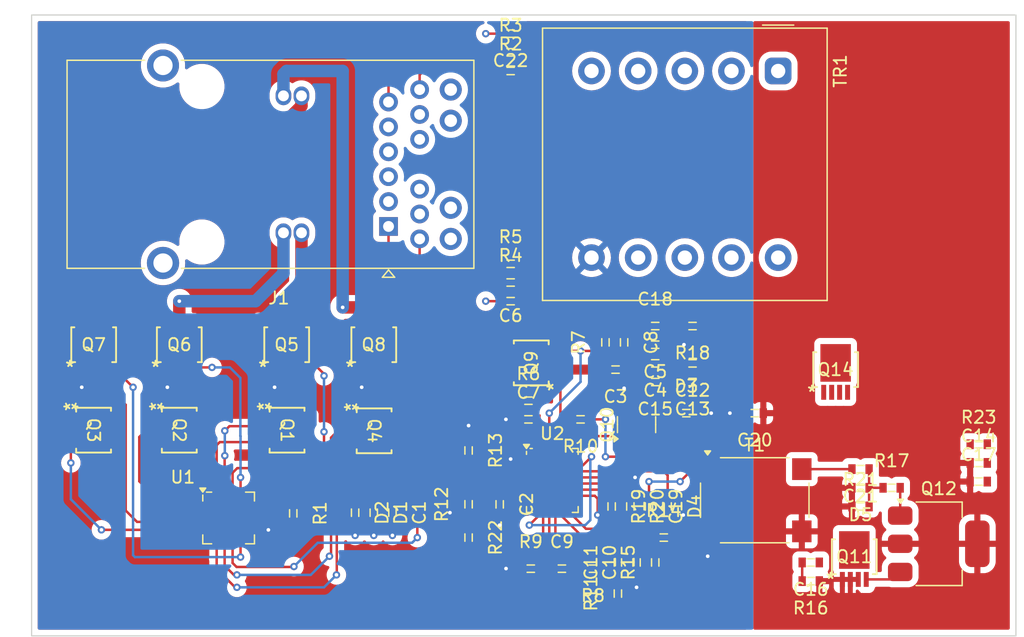
<source format=kicad_pcb>
(kicad_pcb (version 20240108) (generator "pcbnew") (generator_version "8.0")
  (layers (0 "F.Cu" signal) (1 "In1.Cu" signal) (2 "In2.Cu" signal) (31 "B.Cu" signal) (34 "B.Paste" user) (35 "F.Paste" user) (36 "B.SilkS" user "B.Silkscreen") (37 "F.SilkS" user "F.Silkscreen") (38 "B.Mask" user) (39 "F.Mask" user) (44 "Edge.Cuts" user))
  (net 0 "")
  (net 1 "VPORTP")
  (net 2 "VPORTN")
  (net 3 "CGND")
  (net 4 "/Connectors/VDC1P")
  (net 5 "/Connectors/MX2_N")
  (net 6 "/Connectors/CT4")
  (net 9 "/Connectors/MX3_P")
  (net 10 "/Connectors/VDC2N")
  (net 11 "/Connectors/VDC2P")
  (net 12 "/Connectors/MX4_N")
  (net 13 "/Connectors/MX1_P")
  (net 15 "/Connectors/CT1")
  (net 16 "/Connectors/MX3_N")
  (net 17 "/Connectors/CT3")
  (net 18 "/Connectors/MX1_N")
  (net 19 "/Connectors/CT2")
  (net 20 "/Connectors/MX2_P")
  (net 21 "/Connectors/VDC1N")
  (net 23 "/Connectors/MX4_P")
  (net 24 "Net-(U1-~{EN})")
  (net 25 "/Connectors/TG3")
  (net 26 "/Connectors/BG4")
  (net 27 "/Connectors/BG1")
  (net 28 "/Connectors/BG2")
  (net 29 "/Connectors/TG4")
  (net 30 "/Connectors/TG1")
  (net 31 "/Connectors/BG3")
  (net 32 "PWRGD")
  (net 33 "/Connectors/TG2")
  (net 38 "/Power/VCC")
  (net 39 "Net-(U2-HSSRC)")
  (net 40 "Net-(U2-VIN)")
  (net 41 "/Power/ITHB")
  (net 42 "Net-(C11-Pad1)")
  (net 43 "Net-(C12-Pad2)")
  (net 44 "GNDS")
  (net 45 "+12V")
  (net 46 "Net-(C16-Pad2)")
  (net 47 "Net-(Q11-D)")
  (net 48 "Net-(C18-Pad2)")
  (net 49 "Net-(C19-Pad1)")
  (net 50 "Net-(C19-Pad2)")
  (net 51 "Net-(C21-Pad2)")
  (net 52 "Net-(D5-K)")
  (net 53 "Net-(D3-K)")
  (net 54 "Net-(D4-K)")
  (net 55 "Net-(Q9-G)")
  (net 56 "Net-(Q10-E)")
  (net 57 "/Power/SWVCC")
  (net 58 "Net-(Q11-G)")
  (net 59 "Net-(Q12-B)")
  (net 60 "Net-(Q14-D)")
  (net 61 "/Power/ISENP")
  (net 62 "Net-(U2-VPORT)")
  (net 63 "Net-(C8-Pad1)")
  (net 64 "Net-(U2-FSSDLY)")
  (net 65 "Net-(U2-ROSC)")
  (net 66 "/Power/RCLASS")
  (net 67 "/Power/RCLASS++")
  (net 68 "Net-(R14-Pad2)")
  (net 69 "/Power/FB31")
  (net 70 "/Power/SG")
  (net 71 "/Power/T2P")
  (net 72 "Net-(R22-Pad2)")
  (net 73 "Net-(R23-Pad1)")
  (net 78 "Net-(U2-SFST)")
  (net 79 "Net-(C22-Pad1)")
  (footprint "digikey-footprints:0603" (layer "F.Cu") (at 60.682 57.672 -90)
    (property "Reference" "R22")
    (property "Value" "5.1k")
  )
  (footprint "digikey-footprints:0603" (layer "F.Cu") (at 65.57 48.02)
    (property "Reference" "C7")
    (property "Value" "0.047uF 100V")
  )
  (footprint "digikey-footprints:0603" (layer "F.Cu") (at 102.338 53.1)
    (property "Reference" "C17")
    (property "Value" "1uF 25V")
  )
  (footprint "digikey-footprints:0603" (layer "F.Cu") (at 72.682 43.956 180)
    (property "Reference" "C3")
    (property "Value" "10uF 100V")
  )
  (footprint "digikey-footprints:0603" (layer "F.Cu") (at 75.922 43.448 180)
    (property "Reference" "C4")
    (property "Value" "2.2uF 100V")
  )
  (footprint "digikey-footprints:0603" (layer "F.Cu") (at 71.858 41.732 90)
    (property "Reference" "R7")
    (property "Value" "3.3k")
  )
  (footprint "digikey-footprints:0603" (layer "F.Cu") (at 65.762 60.212)
    (property "Reference" "R9")
    (property "Value" "107k")
  )
  (footprint "digikey-footprints:0603" (layer "F.Cu") (at 102.338 50.052)
    (property "Reference" "R23")
    (property "Value" "10k")
  )
  (footprint "Package_TO_SOT_SMD:SOT-23" (layer "F.Cu") (at 74.398 48.4495 90)
    (property "Reference" "Q10")
    (property "Value" "BC856")
  )
  (footprint "digikey-footprints:0603" (layer "F.Cu") (at 72.874 62.244 90)
    (property "Reference" "R11")
    (property "Value" "30k")
  )
  (footprint "digikey-footprints:0603" (layer "F.Cu") (at 78.462 47.512)
    (property "Reference" "D3")
    (property "Value" "100V")
  )
  (footprint "digikey-footprints:0603" (layer "F.Cu") (at 84.05 47.512 180)
    (property "Reference" "C20")
    (property "Value" "2.2nF 2kV")
  )
  (footprint "PSMN075-100MSEX:LFPAK33_SOT1210_NEX" (layer "F.Cu") (at 52.968301 48.9539 -90)
    (property "Reference" "Q4")
    (property "Value" "PSMN075-100MSEX")
  )
  (footprint "Package_TO_SOT_SMD:SOT-223-3_TabPin2" (layer "F.Cu") (at 99.076 58.18)
    (property "Reference" "Q12")
    (property "Value" "PBSS301PZ")
  )
  (footprint "digikey-footprints:0603" (layer "F.Cu") (at 92.686 52.084 180)
    (property "Reference" "C21")
    (property "Value" "2.2nF 25V")
  )
  (footprint "Transformer_THT:Transformer_Wuerth_750343373" (layer "F.Cu") (at 85.96 19.572 -90)
    (property "Reference" "TR1")
    (property "Value" "Wuerth_750343373")
  )
  (footprint "digikey-footprints:0603" (layer "F.Cu") (at 75.922 44.972 180)
    (property "Reference" "C15")
    (property "Value" "2.2nF 2kV")
  )
  (footprint "digikey-footprints:0603" (layer "F.Cu") (at 60.682 54.9542 90)
    (property "Reference" "R12")
    (property "Value" "35.7")
  )
  (footprint "digikey-footprints:0603" (layer "F.Cu") (at 95.226 53.608)
    (property "Reference" "R17")
    (property "Value" "15")
  )
  (footprint "digikey-footprints:0603" (layer "F.Cu") (at 88.622 59.704 180)
    (property "Reference" "C16")
    (property "Value" "330pF 25V")
  )
  (footprint "digikey-footprints:0603" (layer "F.Cu") (at 88.622 61.228 180)
    (property "Reference" "R16")
    (property "Value" "20 1/2W")
  )
  (footprint "digikey-footprints:0603" (layer "F.Cu") (at 78.97 44.972 180)
    (property "Reference" "C13")
    (property "Value" "10uF 25V")
  )
  (footprint "digikey-footprints:0603" (layer "F.Cu") (at 64.116 18.048)
    (property "Reference" "R3")
    (property "Value" "75")
  )
  (footprint "digikey-footprints:0603" (layer "F.Cu") (at 64.116 16.524 180)
    (property "Reference" "C22")
    (property "Value" "1000pF 2kV")
  )
  (footprint "digikey-footprints:0603" (layer "F.Cu") (at 64.116 38.368 180)
    (property "Reference" "C6")
    (property "Value" "1000pF 2kV")
  )
  (footprint "digikey-footprints:0603" (layer "F.Cu") (at 70.842 60.212 180)
    (property "Reference" "R8")
    (property "Value" "5.23k")
  )
  (footprint "digikey-footprints:0603" (layer "F.Cu") (at 64.116 36.844)
    (property "Reference" "R4")
    (property "Value" "75")
  )
  (footprint "PSMN075-100MSEX:LFPAK33_SOT1210_NEX" (layer "F.Cu") (at 52.94 41.924)
    (property "Reference" "Q8")
    (property "Value" "PSMN075-100MSEX")
  )
  (footprint "digikey-footprints:0603" (layer "F.Cu") (at 54.464 55.64 -90)
    (property "Reference" "C1")
    (property "Value" "0.047uF 100V")
  )
  (footprint "digikey-footprints:0603" (layer "F.Cu") (at 73.382 41.732 -90)
    (property "Reference" "C8")
    (property "Value" "0.01uF 100V")
  )
  (footprint "digikey-footprints:0603" (layer "F.Cu") (at 60.682 50.56 -90)
    (property "Reference" "R13")
    (property "Value" "150")
  )
  (footprint "PSMN075-100MSEX:LFPAK33_SOT1210_NEX" (layer "F.Cu") (at 37.059301 41.924)
    (property "Reference" "Q6")
    (property "Value" "PSMN075-100MSEX")
  )
  (footprint "PSMN075-100MSEX:LFPAK33_SOT1210_NEX" (layer "F.Cu") (at 45.856301 48.9019 -90)
    (property "Reference" "Q1")
    (property "Value" "PSMN075-100MSEX")
  )
  (footprint "digikey-footprints:0603" (layer "F.Cu") (at 72.874 59.704 90)
    (property "Reference" "C11")
    (property "Value" "0.033uF 10V")
  )
  (footprint "digikey-footprints:0603" (layer "F.Cu") (at 92.686 55.132)
    (property "Reference" "R21")
    (property "Value" "10k")
  )
  (footprint "digikey-footprints:0603" (layer "F.Cu") (at 72.366 55.132 -90)
    (property "Reference" "R19")
    (property "Value" "20m 1/2W")
  )
  (footprint "Package_DFN_QFN:QFN-28-1EP_4x5mm_P0.5mm_EP2.65x3.65mm" (layer "F.Cu") (at 67.52 53.01)
    (property "Reference" "U2")
    (property "Value" "LT4295xUFD" (hide yes))
  )
  (footprint "digikey-footprints:0603" (layer "F.Cu") (at 69.826 48.02 180)
    (property "Reference" "R10")
    (property "Value" "20")
  )
  (footprint "digikey-footprints:0603" (layer "F.Cu") (at 73.89 55.132 -90)
    (property "Reference" "R20")
    (property "Value" "100")
  )
  (footprint "digikey-footprints:0603" (layer "F.Cu") (at 74.398 59.704 90)
    (property "Reference" "C10")
    (property "Value" "330pF 100V")
  )
  (footprint "PSMN075-100MSEX:LFPAK33_SOT1210_NEX" (layer "F.Cu") (at 30.0673 41.924)
    (property "Reference" "Q7")
    (property "Value" "PSMN075-100MSEX")
  )
  (footprint "digikey-footprints:0603" (layer "F.Cu") (at 78.97 43.448 180)
    (property "Reference" "C12")
    (property "Value" "10uF 25V")
  )
  (footprint "digikey-footprints:0603" (layer "F.Cu") (at 75.922 59.704 90)
    (property "Reference" "R15")
    (property "Value" "2k")
  )
  (footprint "PSMN075-100MSEX:LFPAK33_SOT1210_NEX" (layer "F.Cu") (at 90.654 43.956)
    (property "Reference" "Q14")
    (property "Value" "PSMN075-100MSEX")
  )
  (footprint "digikey-footprints:0603" (layer "F.Cu") (at 92.686 53.608 180)
    (property "Reference" "D5")
    (property "Value" "50V")
  )
  (footprint "digikey-footprints:0603" (layer "F.Cu") (at 68.302 60.212)
    (property "Reference" "C9")
    (property "Value" "0.1uF 100V")
  )
  (footprint "PSMN075-100MSEX:LFPAK33_SOT1210_NEX" (layer "F.Cu") (at 92.178 59.2341)
    (property "Reference" "Q11")
    (property "Value" "PSMN075-100MSEX")
  )
  (footprint "Connector_RJ:RJ45_Pulse_JK00177NL_Horizontal" (layer "F.Cu") (at 54.144672 32.267 180)
    (property "Reference" "J1")
    (property "Value" "RJ45_JK00177" (hide yes))
  )
  (footprint "digikey-footprints:0603" (layer "F.Cu") (at 78.97 40.4 180)
    (property "Reference" "R18")
    (property "Value" "36 1/2W")
  )
  (footprint "Package_DFN_QFN:QFN-16-1EP_4x4mm_P0.65mm_EP2.15x2.15mm" (layer "F.Cu") (at 41.086301 56.0711)
    (property "Reference" "U1")
    (property "Value" "LT4231xUF")
  )
  (footprint "digikey-footprints:0603" (layer "F.Cu") (at 63.222 54.96 -90)
    (property "Reference" "C2")
    (property "Value" "10uF 10V")
  )
  (footprint "PSMN075-100MSEX:LFPAK33_SOT1210_NEX" (layer "F.Cu") (at 45.828 41.924)
    (property "Reference" "Q5")
    (property "Value" "PSMN075-100MSEX")
  )
  (footprint "digikey-footprints:0603" (layer "F.Cu") (at 65.57 46.496)
    (property "Reference" "R6")
    (property "Value" "8.2")
  )
  (footprint "digikey-footprints:0603" (layer "F.Cu") (at 52.94 55.64 -90)
    (property "Reference" "D1")
    (property "Value" "100V")
  )
  (footprint "PSMN075-100MSEX:LFPAK33_SOT1210_NEX" (layer "F.Cu") (at 65.8001 43.406999 90)
    (property "Reference" "Q9")
    (property "Value" "PSMN075-100MSEX")
  )
  (footprint "Transformer_SMD:Pulse_PA2001NL" (layer "F.Cu") (at 84.05 54.624)
    (property "Reference" "T1")
    (property "Value" "PE-68386NL")
  )
  (footprint "digikey-footprints:0603" (layer "F.Cu") (at 64.116 35.32)
    (property "Reference" "R5")
    (property "Value" "75")
  )
  (footprint "digikey-footprints:0603" (layer "F.Cu") (at 76.622 57.672)
    (property "Reference" "R14")
    (property "Value" "5.62k")
  )
  (footprint "digikey-footprints:0603" (layer "F.Cu") (at 75.922 40.4)
    (property "Reference" "C18")
    (property "Value" "220pF 630V")
  )
  (footprint "digikey-footprints:0603" (layer "F.Cu") (at 51.416 55.64 -90)
    (property "Reference" "D2")
    (property "Value" "100V")
  )
  (footprint "PSMN075-100MSEX:LFPAK33_SOT1210_NEX" (layer "F.Cu") (at 30.059301 48.9019 -90)
    (property "Reference" "Q3")
    (property "Value" "PSMN075-100MSEX")
  )
  (footprint "digikey-footprints:0603" (layer "F.Cu") (at 46.364301 55.6961 -90)
    (property "Reference" "R1")
    (property "Value" "0")
  )
  (footprint "digikey-footprints:0603" (layer "F.Cu") (at 64.116 19.572)
    (property "Reference" "R2")
    (property "Value" "75")
  )
  (footprint "PSMN075-100MSEX:LFPAK33_SOT1210_NEX" (layer "F.Cu") (at 37.059301 48.9019 -90)
    (property "Reference" "Q2")
    (property "Value" "PSMN075-100MSEX")
  )
  (footprint "digikey-footprints:0603" (layer "F.Cu") (at 102.338 51.576)
    (property "Reference" "C14")
    (property "Value" "47uF 25V")
  )
  (footprint "digikey-footprints:0603" (layer "F.Cu") (at 75.414 55.132 -90)
    (property "Reference" "C19")
    (property "Value" "1uF 25V")
  )
  (footprint "digikey-footprints:0603" (layer "F.Cu") (at 75.922 41.924 180)
    (property "Reference" "C5")
    (property "Value" "2.2uF 100V")
  )
  (footprint "digikey-footprints:0603" (layer "F.Cu") (at 76.938 55.132 -90)
    (property "Reference" "D4")
    (property "Value" "100V")
  )
  (gr_rect (start 25 15) (end 105.376 65.696) (stroke (width 0.1)) (fill none) (layer "Edge.Cuts"))
  (segment (start 79.162 47.512) (end 80.494 47.512) (width 0.2) (layer "F.Cu") (net 2))
  (segment (start 63.73 48.02) (end 64.87 48.02) (width 0.2) (layer "F.Cu") (net 2))
  (segment (start 42.923801 57.0461) (end 42.061301 57.0461) (width 0.2) (layer "F.Cu") (net 2))
  (segment (start 63.73975 60.202249) (end 65.052249 60.202249) (width 0.2) (layer "F.Cu") (net 2))
  (segment (start 74.206 62.944) (end 74.398 62.752) (width 0.2) (layer "F.Cu") (net 2))
  (segment (start 65.052249 60.202249) (end 65.062 60.212) (width 0.2) (layer "F.Cu") (net 2))
  (segment (start 71.542 60.212) (end 71.542 62.436) (width 0.2) (layer "F.Cu") (net 2))
  (segment (start 60.682 48.528) (end 60.682 49.86) (width 0.2) (layer "F.Cu") (net 2))
  (segment (start 76.622 41.924) (end 76.622 43.448) (width 0.2) (layer "F.Cu") (net 2))
  (segment (start 51.965001 43.7782) (end 51.965001 45.3852) (width 0.2) (layer "F.Cu") (net 2))
  (segment (start 36.084302 45.3979) (end 36.084302 43.7782) (width 0.2) (layer "F.Cu") (net 2))
  (segment (start 73.382 43.956) (end 73.382 42.432) (width 0.2) (layer "F.Cu") (net 2))
  (segment (start 76.622 41.924) (end 78.27 41.924) (width 0.2) (layer "F.Cu") (net 2))
  (segment (start 44.840301 45.3979) (end 44.853001 45.3852) (width 0.2) (layer "F.Cu") (net 2))
  (segment (start 72.874 62.944) (end 74.206 62.944) (width 0.2) (layer "F.Cu") (net 2))
  (segment (start 72.05 62.944) (end 72.874 62.944) (width 0.2) (layer "F.Cu") (net 2))
  (segment (start 69.47 54.26) (end 68.77 54.26) (width 0.2) (layer "F.Cu") (net 2))
  (segment (start 69.47 52.76) (end 67.77 52.76) (width 0.2) (layer "F.Cu") (net 2))
  (segment (start 59.158 55.64) (end 60.6678 55.64) (width 0.2) (layer "F.Cu") (net 2))
  (segment (start 73.382 43.956) (end 73.382 45.48) (width 0.2) (layer "F.Cu") (net 2))
  (segment (start 44.853001 45.3852) (end 44.853001 43.7782) (width 0.2) (layer "F.Cu") (net 2))
  (segment (start 69.47 54.26) (end 70.986 54.26) (width 0.2) (layer "F.Cu") (net 2))
  (segment (start 80.2075 59.196) (end 80.2075 57.164) (width 0.2) (layer "F.Cu") (net 2))
  (segment (start 74.398 61.736) (end 74.398 60.404) (width 0.2) (layer "F.Cu") (net 2))
  (segment (start 60.6678 55.64) (end 60.682 55.6542) (width 0.2) (layer "F.Cu") (net 2))
  (segment (start 42.923801 57.0461) (end 44.332301 57.0461) (width 0.2) (layer "F.Cu") (net 2))
  (segment (start 52.94 56.34) (end 52.94 57.4979) (width 0.2) (layer "F.Cu") (net 2))
  (segment (start 65.595 51.285) (end 65.57 51.26) (width 0.2) (layer "F.Cu") (net 2))
  (segment (start 67.77 52.76) (end 67.52 53.01) (width 0.2) (layer "F.Cu") (net 2))
  (segment (start 54.464 56.34) (end 54.464 57.4979) (width 0.2) (layer "F.Cu") (net 2))
  (segment (start 70.986 54.26) (end 71.223 54.497) (width 0.2) (layer "F.Cu") (net 2))
  (segment (start 64.116 51.26) (end 65.57 51.26) (width 0.2) (layer "F.Cu") (net 2))
  (segment (start 42.061301 57.0461) (end 41.086301 56.0711) (width 0.2) (layer "F.Cu") (net 2))
  (segment (start 29.092301 45.3979) (end 29.092301 43.7782) (width 0.2) (layer "F.Cu") (net 2))
  (segment (start 51.416 57.4979) (end 51.416 56.34) (width 0.2) (layer "F.Cu") (net 2))
  (segment (start 82.018 47.512) (end 83.35 47.512) (width 0.2) (layer "F.Cu") (net 2))
  (segment (start 71.223 54.497) (end 71.223 55.832) (width 0.2) (layer "F.Cu") (net 2))
  (segment (start 78.208 55.832) (end 76.938 55.832) (width 0.2) (layer "F.Cu") (net 2))
  (segment (start 74.398 62.752) (end 74.398 61.736) (width 0.2) (layer "F.Cu") (net 2))
  (segment (start 51.965001 45.3852) (end 51.952301 45.3979) (width 0.2) (layer "F.Cu") (net 2))
  (segment (start 74.276 52.76) (end 69.47 52.76) (width 0.2) (layer "F.Cu") (net 2))
  (segment (start 67.52 51.932) (end 66.873 51.285) (width 0.2) (layer "F.Cu") (net 2))
  (segment (start 71.542 62.436) (end 72.05 62.944) (width 0.2) (layer "F.Cu") (net 2))
  (segment (start 67.52 53.01) (end 67.52 51.932) (width 0.2) (layer "F.Cu") (net 2))
  (segment (start 66.873 51.285) (end 65.595 51.285) (width 0.2) (layer "F.Cu") (net 2))
  (segment (start 68.77 54.26) (end 67.52 53.01) (width 0.2) (layer "F.Cu") (net 2))
  (segment (start 71.223 55.832) (end 72.366 55.832) (width 0.2) (layer "F.Cu") (net 2))
  (segment (start 74.398 60.404) (end 75.922 60.404) (width 0.2) (layer "F.Cu") (net 2))
  (segment (start 63.222 56.656) (end 63.222 55.66) (width 0.2) (layer "F.Cu") (net 2))
  (via (at 78.27 41.924) (size 0.6) (drill 0.3) (layers "F.Cu" "B.Cu") (net 2))
  (via (at 63.73975 60.202249) (size 0.6) (drill 0.3) (layers "F.Cu" "B.Cu") (net 2))
  (via (at 80.2075 59.196) (size 0.6) (drill 0.3) (layers "F.Cu" "B.Cu") (net 2))
  (via (at 63.73 48.02) (size 0.6) (drill 0.3) (layers "F.Cu" "B.Cu") (net 2))
  (via (at 44.332301 57.0461) (size 0.6) (drill 0.3) (layers "F.Cu" "B.Cu") (net 2))
  (via (at 63.222 56.656) (size 0.6) (drill 0.3) (layers "F.Cu" "B.Cu") (net 2))
  (via (at 36.084302 45.3979) (size 0.6) (drill 0.3) (layers "F.Cu" "B.Cu") (net 2))
  (via (at 74.398 61.736) (size 0.6) (drill 0.3) (layers "F.Cu" "B.Cu") (net 2))
  (via (at 71.223 55.832) (size 0.6) (drill 0.3) (layers "F.Cu" "B.Cu") (net 2))
  (via (at 73.382 45.48) (size 0.6) (drill 0.3) (layers "F.Cu" "B.Cu") (net 2))
  (via (at 78.208 55.832) (size 0.6) (drill 0.3) (layers "F.Cu" "B.Cu") (net 2))
  (via (at 51.416 57.4979) (size 0.6) (drill 0.3) (layers "F.Cu" "B.Cu") (net 2))
  (via (at 80.494 47.512) (size 0.6) (drill 0.3) (layers "F.Cu" "B.Cu") (net 2))
  (via (at 64.116 51.26) (size 0.6) (drill 0.3) (layers "F.Cu" "B.Cu") (net 2))
  (via (at 29.092301 45.3979) (size 0.6) (drill 0.3) (layers "F.Cu" "B.Cu") (net 2))
  (via (at 51.952301 45.3979) (size 0.6) (drill 0.3) (layers "F.Cu" "B.Cu") (net 2))
  (via (at 59.158 55.64) (size 0.6) (drill 0.3) (layers "F.Cu" "B.Cu") (net 2))
  (via (at 52.94 57.4979) (size 0.6) (drill 0.3) (layers "F.Cu" "B.Cu") (net 2))
  (via (at 74.276 52.76) (size 0.6) (drill 0.3) (layers "F.Cu" "B.Cu") (net 2))
  (via (at 82.018 47.512) (size 0.6) (drill 0.3) (layers "F.Cu" "B.Cu") (net 2))
  (via (at 44.840301 45.3979) (size 0.6) (drill 0.3) (layers "F.Cu" "B.Cu") (net 2))
  (via (at 60.682 48.528) (size 0.6) (drill 0.3) (layers "F.Cu" "B.Cu") (net 2))
  (via (at 54.464 57.4979) (size 0.6) (drill 0.3) (layers "F.Cu" "B.Cu") (net 2))
  (segment (start 63.416 16.524) (end 62.084 16.524) (width 0.2) (layer "F.Cu") (net 3))
  (segment (start 63.416 38.368) (end 62.084 38.368) (width 0.2) (layer "F.Cu") (net 3))
  (via (at 62.084 16.524) (size 0.6) (drill 0.3) (layers "F.Cu" "B.Cu") (net 3))
  (via (at 62.084 38.368) (size 0.6) (drill 0.3) (layers "F.Cu" "B.Cu") (net 3))
  (segment (start 44.538402 48.576899) (end 41.153302 48.576899) (width 0.2) (layer "F.Cu") (net 4))
  (segment (start 41.153302 48.576899) (end 40.776301 48.9539) (width 0.2) (layer "F.Cu") (net 4))
  (segment (start 40.761301 51.0009) (end 40.776301 50.9859) (width 0.2) (layer "F.Cu") (net 4))
  (segment (start 45.828 38.368) (end 45.828 41.3779) (width 1.016) (layer "F.Cu") (net 4))
  (segment (start 47.034672 32.782) (end 47.034672 37.161328) (width 1.016) (layer "F.Cu") (net 4))
  (segment (start 40.761301 54.2336) (end 40.761301 51.0009) (width 0.2) (layer "F.Cu") (net 4))
  (segment (start 47.034672 37.161328) (end 45.828 38.368) (width 1.016) (layer "F.Cu") (net 4))
  (via (at 40.776301 48.9539) (size 0.6) (drill 0.3) (layers "F.Cu" "B.Cu") (net 4))
  (via (at 40.776301 50.9859) (size 0.6) (drill 0.3) (layers "F.Cu" "B.Cu") (net 4))
  (segment (start 40.776301 50.9859) (end 40.776301 48.9539) (width 0.2) (layer "B.Cu") (net 4))
  (segment (start 56.684672 35.000672) (end 57.004 35.32) (width 0.2) (layer "F.Cu") (net 6))
  (segment (start 57.004 35.32) (end 63.416 35.32) (width 0.2) (layer "F.Cu") (net 6))
  (segment (start 56.684672 33.488656) (end 56.684672 35.000672) (width 0.2) (layer "F.Cu") (net 6))
  (segment (start 40.761301 57.9034) (end 40.761301 59.9689) (width 0.2) (layer "F.Cu") (net 10))
  (segment (start 50.4 38.876) (end 51.924 38.876) (width 1.016) (layer "F.Cu") (net 10))
  (segment (start 41.512401 60.72) (end 40.849301 60.0569) (width 0.2) (layer "F.Cu") (net 10))
  (segment (start 40.761301 59.9689) (end 40.849301 60.0569) (width 0.2) (layer "F.Cu") (net 10))
  (segment (start 49.450401 59.0659) (end 49.450401 50.133002) (width 0.2) (layer "F.Cu") (net 10))
  (segment (start 49.320301 59.196) (end 49.450401 59.0659) (width 0.2) (layer "F.Cu") (net 10))
  (segment (start 52.94 39.892) (end 52.94 41.3779) (width 1.016) (layer "F.Cu") (net 10))
  (segment (start 40.849301 60.0569) (end 40.903301 60.1109) (width 0.2) (layer "F.Cu") (net 10))
  (segment (start 50.4 38.8379) (end 50.4 38.876) (width 1.016) (layer "F.Cu") (net 10))
  (segment (start 51.924 38.876) (end 52.94 39.892) (width 1.016) (layer "F.Cu") (net 10))
  (segment (start 49.450401 50.133001) (end 49.450401 49.51245) (width 0.2) (layer "F.Cu") (net 10))
  (segment (start 50.4 38.8379) (end 50.4 38.8379) (width 1.016) (layer "F.Cu") (net 10))
  (segment (start 49.450401 49.51245) (end 49.68395 49.278901) (width 0.2) (layer "F.Cu") (net 10))
  (segment (start 41.764 60.72) (end 41.512401 60.72) (width 0.2) (layer "F.Cu") (net 10))
  (segment (start 49.68395 49.278901) (end 51.114101 49.278901) (width 0.2) (layer "F.Cu") (net 10))
  (via (at 50.4 38.876) (size 0.6) (drill 0.3) (layers "F.Cu" "B.Cu") (net 10))
  (via (at 41.764 60.72) (size 0.6) (drill 0.3) (layers "F.Cu" "B.Cu") (net 10))
  (via (at 49.320301 59.196) (size 0.6) (drill 0.3) (layers "F.Cu" "B.Cu") (net 10))
  (segment (start 41.764 60.72) (end 47.796301 60.72) (width 0.2) (layer "B.Cu") (net 10))
  (segment (start 45.564672 19.824) (end 45.816672 19.572) (width 1.016) (layer "B.Cu") (net 10))
  (segment (start 45.564672 21.602) (end 45.564672 19.824) (width 1.016) (layer "B.Cu") (net 10))
  (segment (start 47.796301 60.72) (end 49.320301 59.196) (width 0.2) (layer "B.Cu") (net 10))
  (segment (start 50.4 19.572) (end 50.4 38.876) (width 1.016) (layer "B.Cu") (net 10))
  (segment (start 45.816672 19.572) (end 50.4 19.572) (width 1.016) (layer "B.Cu") (net 10))
  (segment (start 33.791301 49.4619) (end 33.791301 53.075586) (width 0.2) (layer "F.Cu") (net 11))
  (segment (start 34.0263 49.226901) (end 33.791301 49.4619) (width 0.2) (layer "F.Cu") (net 11))
  (segment (start 36.456615 55.7409) (end 37.851801 55.7409) (width 0.2) (layer "F.Cu") (net 11))
  (segment (start 36.494001 55.7461) (end 39.248801 55.7461) (width 0.2) (layer "F.Cu") (net 11))
  (segment (start 33.791301 53.075586) (end 36.456615 55.7409) (width 0.2) (layer "F.Cu") (net 11))
  (segment (start 37.851801 55.7409) (end 37.857001 55.7461) (width 0.2) (layer "F.Cu") (net 11))
  (segment (start 37.059301 38.368) (end 37.059301 41.3779) (width 1.016) (layer "F.Cu") (net 11))
  (segment (start 35.205101 49.226901) (end 34.0263 49.226901) (width 0.2) (layer "F.Cu") (net 11))
  (via (at 37.059301 38.368) (size 0.6) (drill 0.3) (layers "F.Cu" "B.Cu") (net 11))
  (segment (start 43.288 38.368) (end 37.059301 38.368) (width 1.016) (layer "B.Cu") (net 11))
  (segment (start 45.564672 36.091328) (end 43.288 38.368) (width 1.016) (layer "B.Cu") (net 11))
  (segment (start 45.564672 32.782) (end 45.564672 36.091328) (width 1.016) (layer "B.Cu") (net 11))
  (segment (start 56.684672 19.891328) (end 56.684672 21.296656) (width 0.2) (layer "F.Cu") (net 15))
  (segment (start 57.004 19.572) (end 56.684672 19.891328) (width 0.2) (layer "F.Cu") (net 15))
  (segment (start 63.416 19.572) (end 57.004 19.572) (width 0.2) (layer "F.Cu") (net 15))
  (segment (start 63.416 36.844) (end 54.464 36.844) (width 0.2) (layer "F.Cu") (net 17))
  (segment (start 54.144672 36.524672) (end 54.144672 32.472656) (width 0.2) (layer "F.Cu") (net 17))
  (segment (start 54.464 36.844) (end 54.144672 36.524672) (width 0.2) (layer "F.Cu") (net 17))
  (segment (start 54.972 18.048) (end 54.144672 18.875328) (width 0.2) (layer "F.Cu") (net 19))
  (segment (start 63.416 18.048) (end 54.972 18.048) (width 0.2) (layer "F.Cu") (net 19))
  (segment (start 54.144672 18.875328) (end 54.144672 22.312656) (width 0.2) (layer "F.Cu") (net 19))
  (segment (start 31.096 23.636) (end 45.828 23.636) (width 1.016) (layer "F.Cu") (net 21))
  (segment (start 28.205101 46.7931) (end 28.205101 47.926901) (width 0.2) (layer "F.Cu") (net 21))
  (segment (start 32.683301 46.8299) (end 32.267301 46.4139) (width 0.2) (layer "F.Cu") (net 21))
  (segment (start 30.0673 41.3779) (end 30.0673 24.6647) (width 1.016) (layer "F.Cu") (net 21))
  (segment (start 33.608301 56.3909) (end 32.683301 55.4659) (width 0.2) (layer "F.Cu") (net 21))
  (segment (start 36.494001 56.3961) (end 39.248801 56.3961) (width 0.2) (layer "F.Cu") (net 21))
  (segment (start 32.267301 46.4139) (end 28.584301 46.4139) (width 0.2) (layer "F.Cu") (net 21))
  (segment (start 28.584301 46.4139) (end 28.205101 46.7931) (width 0.2) (layer "F.Cu") (net 21))
  (segment (start 37.851801 56.3909) (end 33.608301 56.3909) (width 0.2) (layer "F.Cu") (net 21))
  (segment (start 30.0673 24.6647) (end 31.096 23.636) (width 1.016) (layer "F.Cu") (net 21))
  (segment (start 32.683301 55.4659) (end 32.683301 46.8299) (width 0.2) (layer "F.Cu") (net 21))
  (segment (start 37.857001 56.3961) (end 37.851801 56.3909) (width 0.2) (layer "F.Cu") (net 21))
  (segment (start 45.828 23.636) (end 47.034672 22.429328) (width 1.016) (layer "F.Cu") (net 21))
  (segment (start 47.034672 22.429328) (end 47.034672 21.602) (width 1.016) (layer "F.Cu") (net 21))
  (segment (start 42.923801 56.3961) (end 46.364301 56.3961) (width 0.2) (layer "F.Cu") (net 24))
  (segment (start 30.702301 57.0409) (end 37.851801 57.0409) (width 0.2) (layer "F.Cu") (net 25))
  (segment (start 37.851801 57.0409) (end 37.857001 57.0461) (width 0.2) (layer "F.Cu") (net 25))
  (segment (start 36.494001 57.0461) (end 39.248801 57.0461) (width 0.2) (layer "F.Cu") (net 25))
  (segment (start 28.205101 51.576) (end 28.205101 49.876899) (width 0.2) (layer "F.Cu") (net 25))
  (via (at 28.205101 51.576) (size 0.6) (drill 0.3) (layers "F.Cu" "B.Cu") (net 25))
  (via (at 30.702301 57.0409) (size 0.6) (drill 0.3) (layers "F.Cu" "B.Cu") (net 25))
  (segment (start 30.702301 57.0409) (end 28.205101 54.5437) (width 0.2) (layer "B.Cu") (net 25))
  (segment (start 28.205101 54.5437) (end 28.205101 51.576) (width 0.2) (layer "B.Cu") (net 25))
  (segment (start 41.734615 60.072214) (end 41.411301 59.7489) (width 0.2) (layer "F.Cu") (net 26))
  (segment (start 56.496 44.861599) (end 55.412601 43.7782) (width 0.2) (layer "F.Cu") (net 26))
  (segment (start 56.496 57.672) (end 56.496 44.861599) (width 0.2) (layer "F.Cu") (net 26))
  (segment (start 46.387673 60.072214) (end 41.734615 60.072214) (width 0.2) (layer "F.Cu") (net 26))
  (segment (start 46.421987 60.0379) (end 46.387673 60.072214) (width 0.2) (layer "F.Cu") (net 26))
  (segment (start 41.411301 59.7489) (end 41.411301 57.9086) (width 0.2) (layer "F.Cu") (net 26))
  (segment (start 55.412601 43.7782) (end 53.914999 43.7782) (width 0.2) (layer "F.Cu") (net 26))
  (via (at 56.496 57.672) (size 0.6) (drill 0.3) (layers "F.Cu" "B.Cu") (net 26))
  (via (at 46.421987 60.0379) (size 0.6) (drill 0.3) (layers "F.Cu" "B.Cu") (net 26))
  (segment (start 56.0701 58.0979) (end 48.361987 58.0979) (width 0.2) (layer "B.Cu") (net 26))
  (segment (start 48.361987 58.0979) (end 46.421987 60.0379) (width 0.2) (layer "B.Cu") (net 26))
  (segment (start 56.496 57.672) (end 56.0701 58.0979) (width 0.2) (layer "B.Cu") (net 26))
  (segment (start 48.338701 43.7782) (end 46.802999 43.7782) (width 0.2) (layer "F.Cu") (net 27))
  (segment (start 41.411301 52.3829) (end 41.792301 52.0019) (width 0.2) (layer "F.Cu") (net 27))
  (segment (start 48.876 52.0019) (end 48.876 49.036) (width 0.2) (layer "F.Cu") (net 27))
  (segment (start 41.792301 52.0019) (end 48.876 52.0019) (width 0.2) (layer "F.Cu") (net 27))
  (segment (start 48.876 44.315499) (end 48.338701 43.7782) (width 0.2) (layer "F.Cu") (net 27))
  (segment (start 48.876 44.464) (end 48.876 44.315499) (width 0.2) (layer "F.Cu") (net 27))
  (segment (start 41.411301 54.2336) (end 41.411301 52.3829) (width 0.2) (layer "F.Cu") (net 27))
  (via (at 48.876 49.036) (size 0.6) (drill 0.3) (layers "F.Cu" "B.Cu") (net 27))
  (via (at 48.876 44.464) (size 0.6) (drill 0.3) (layers "F.Cu" "B.Cu") (net 27))
  (segment (start 48.876 49.036) (end 48.876 44.464) (width 0.2) (layer "B.Cu") (net 27))
  (segment (start 42.061301 54.2336) (end 42.061301 52.7639) (width 0.2) (layer "F.Cu") (net 28))
  (segment (start 39.732 43.7782) (end 38.0343 43.7782) (width 0.2) (layer "F.Cu") (net 28))
  (via (at 42.061301 52.7639) (size 0.6) (drill 0.3) (layers "F.Cu" "B.Cu") (net 28))
  (via (at 39.732 43.7782) (size 0.6) (drill 0.3) (layers "F.Cu" "B.Cu") (net 28))
  (segment (start 42.061301 49.390371) (end 42.046301 49.375371) (width 0.2) (layer "B.Cu") (net 28))
  (segment (start 42.046301 44.6359) (end 41.188601 43.7782) (width 0.2) (layer "B.Cu") (net 28))
  (segment (start 42.061301 52.7639) (end 42.061301 49.390371) (width 0.2) (layer "B.Cu") (net 28))
  (segment (start 42.046301 49.375371) (end 42.046301 44.6359) (width 0.2) (layer "B.Cu") (net 28))
  (segment (start 41.188601 43.7782) (end 39.732 43.7782) (width 0.2) (layer "B.Cu") (net 28))
  (segment (start 51.114101 49.928899) (end 50.469302 49.928899) (width 0.2) (layer "F.Cu") (net 29))
  (segment (start 41.764 61.736) (end 41.620401 61.736) (width 0.2) (layer "F.Cu") (net 29))
  (segment (start 41.620401 61.736) (end 40.111301 60.2269) (width 0.2) (layer "F.Cu") (net 29))
  (segment (start 40.111301 60.2269) (end 40.111301 57.9034) (width 0.2) (layer "F.Cu") (net 29))
  (segment (start 39.979301 59.4029) (end 40.014301 59.3679) (width 0) (layer "F.Cu") (net 29))
  (segment (start 49.920301 50.4779) (end 49.920301 60.691699) (width 0.2) (layer "F.Cu") (net 29))
  (segment (start 49.920301 60.691699) (end 49.892 60.72) (width 0.2) (layer "F.Cu") (net 29))
  (segment (start 50.469302 49.928899) (end 49.920301 50.4779) (width 0.2) (layer "F.Cu") (net 29))
  (via (at 49.892 60.72) (size 0.6) (drill 0.3) (layers "F.Cu" "B.Cu") (net 29))
  (via (at 41.764 61.736) (size 0.6) (drill 0.3) (layers "F.Cu" "B.Cu") (net 29))
  (segment (start 48.876 61.736) (end 49.892 60.72) (width 0.2) (layer "B.Cu") (net 29))
  (segment (start 41.764 61.736) (end 48.876 61.736) (width 0.2) (layer "B.Cu") (net 29))
  (segment (start 40.111301 50.1269) (end 40.361302 49.876899) (width 0.2) (layer "F.Cu") (net 30))
  (segment (start 40.111301 54.2336) (end 40.111301 50.1269) (width 0.2) (layer "F.Cu") (net 30))
  (segment (start 40.361302 49.876899) (end 44.538402 49.876899) (width 0.2) (layer "F.Cu") (net 30))
  (segment (start 42.061301 57.9086) (end 42.061301 59.2663) (width 0.2) (layer "F.Cu") (net 31))
  (segment (start 33.283301 45.3979) (end 31.663601 43.7782) (width 0.2) (layer "F.Cu") (net 31))
  (segment (start 31.663601 43.7782) (end 31.042299 43.7782) (width 0.2) (layer "F.Cu") (net 31))
  (via (at 42.061301 59.2663) (size 0.6) (drill 0.3) (layers "F.Cu" "B.Cu") (net 31))
  (via (at 33.283301 45.3979) (size 0.6) (drill 0.3) (layers "F.Cu" "B.Cu") (net 31))
  (segment (start 33.283301 45.3979) (end 33.283301 59.1139) (width 0.2) (layer "B.Cu") (net 31))
  (segment (start 33.435701 59.2663) (end 42.061301 59.2663) (width 0.2) (layer "B.Cu") (net 31))
  (segment (start 33.283301 59.1139) (end 33.435701 59.2663) (width 0.2) (layer "B.Cu") (net 31))
  (segment (start 36.372301 55.0909) (end 37.851801 55.0909) (width 0.2) (layer "F.Cu") (net 33))
  (segment (start 37.851801 55.0909) (end 37.857001 55.0961) (width 0.2) (layer "F.Cu") (net 33))
  (segment (start 35.205101 49.876899) (end 35.205101 53.9237) (width 0.2) (layer "F.Cu") (net 33))
  (segment (start 35.205101 53.9237) (end 36.372301 55.0909) (width 0.2) (layer "F.Cu") (net 33))
  (segment (start 36.494001 55.0961) (end 39.248801 55.0961) (width 0.2) (layer "F.Cu") (net 33))
  (segment (start 63.222 54.26) (end 65.57 54.26) (width 0.2) (layer "F.Cu") (net 38))
  (segment (start 70.028 51.76) (end 69.47 51.76) (width 0.2) (layer "F.Cu") (net 38))
  (segment (start 70.72 51.068) (end 70.028 51.76) (width 0.2) (layer "F.Cu") (net 38))
  (segment (start 66.27 56.026) (end 66.27 55.46) (width 0.2) (layer "F.Cu") (net 38))
  (segment (start 65.64 56.656) (end 66.27 56.026) (width 0.2) (layer "F.Cu") (net 38))
  (via (at 65.64 56.656) (size 0.6) (drill 0.3) (layers "F.Cu" "B.Cu") (net 38))
  (via (at 70.72 51.068) (size 0.6) (drill 0.3) (layers "F.Cu" "B.Cu") (net 38))
  (segment (start 70.623 56.245) (end 70.212 56.656) (width 0.2) (layer "B.Cu") (net 38))
  (segment (start 70.72 51.068) (end 70.623 51.165) (width 0.2) (layer "B.Cu") (net 38))
  (segment (start 70.623 51.165) (end 70.623 56.245) (width 0.2) (layer "B.Cu") (net 38))
  (segment (start 70.212 56.656) (end 65.64 56.656) (width 0.2) (layer "B.Cu") (net 38))
  (segment (start 68.18 44.907698) (end 67.6543 44.381998) (width 0.2) (layer "F.Cu") (net 39))
  (segment (start 67.77 49.642) (end 68.18 49.232) (width 0.2) (layer "F.Cu") (net 39))
  (segment (start 68.18 49.232) (end 68.18 44.907698) (width 0.2) (layer "F.Cu") (net 39))
  (segment (start 67.77 50.56) (end 67.77 49.642) (width 0.2) (layer "F.Cu") (net 39))
  (segment (start 75.222 44.972) (end 75.222 43.448) (width 0.2) (layer "F.Cu") (net 40))
  (segment (start 68.27 50.56) (end 68.27 50.052) (width 0.2) (layer "F.Cu") (net 40))
  (segment (start 71 46.146) (end 74.048 46.146) (width 0.2) (layer "F.Cu") (net 40))
  (segment (start 74.048 46.146) (end 75.222 44.972) (width 0.2) (layer "F.Cu") (net 40))
  (segment (start 69.126 49.196) (end 69.126 48.02) (width 0.2) (layer "F.Cu") (net 40))
  (segment (start 69.126 48.02) (end 71 46.146) (width 0.2) (layer "F.Cu") (net 40))
  (segment (start 68.27 50.052) (end 69.126 49.196) (width 0.2) (layer "F.Cu") (net 40))
  (segment (start 75.222 40.4) (end 75.222 41.924) (width 0.2) (layer "F.Cu") (net 40))
  (segment (start 75.222 43.448) (end 75.222 41.924) (width 0.2) (layer "F.Cu") (net 40))
  (segment (start 72.874 59.004) (end 74.398 59.004) (width 0.2) (layer "F.Cu") (net 41))
  (segment (start 68.27 55.46) (end 68.27 55.899386) (width 0.2) (layer "F.Cu") (net 41))
  (segment (start 72.366 57.356) (end 72.874 57.864) (width 0.2) (layer "F.Cu") (net 41))
  (segment (start 72.874 57.864) (end 72.874 59.004) (width 0.2) (layer "F.Cu") (net 41))
  (segment (start 68.27 55.899386) (end 69.726614 57.356) (width 0.2) (layer "F.Cu") (net 41))
  (segment (start 69.726614 57.356) (end 72.366 57.356) (width 0.2) (layer "F.Cu") (net 41))
  (segment (start 72.874 60.404) (end 72.874 61.544) (width 0.2) (layer "F.Cu") (net 42))
  (segment (start 87.922 59.704) (end 87.922 61.228) (width 0.2) (layer "F.Cu") (net 46))
  (segment (start 76.622 40.4) (end 78.27 40.4) (width 0.2) (layer "F.Cu") (net 48))
  (segment (start 75.414 54.432) (end 75.414 53.1) (width 0.2) (layer "F.Cu") (net 49))
  (segment (start 77.954 53.1) (end 78.97 52.084) (width 0.2) (layer "F.Cu") (net 49))
  (segment (start 78.97 52.084) (end 80.2075 52.084) (width 0.2) (layer "F.Cu") (net 49))
  (via (at 77.954 53.1) (size 0.6) (drill 0.3) (layers "F.Cu" "B.Cu") (net 49))
  (via (at 75.414 53.1) (size 0.6) (drill 0.3) (layers "F.Cu" "B.Cu") (net 49))
  (segment (start 75.414 53.1) (end 77.954 53.1) (width 0.2) (layer "B.Cu") (net 49))
  (segment (start 73.89 55.832) (end 75.414 55.832) (width 0.2) (layer "F.Cu") (net 50))
  (segment (start 91.986 52.084) (end 88.687 52.084) (width 0.2) (layer "F.Cu") (net 51))
  (segment (start 88.687 52.084) (end 87.8925 52.084) (width 0.2) (layer "F.Cu") (net 51))
  (segment (start 93.386 52.084) (end 93.386 55.132) (width 0.2) (layer "F.Cu") (net 52))
  (segment (start 93.386 53.608) (end 94.526 53.608) (width 0.2) (layer "F.Cu") (net 52))
  (segment (start 74.398 47.512) (end 77.762 47.512) (width 0.2) (layer "F.Cu") (net 53))
  (segment (start 76.938 52.592) (end 76.606 52.26) (width 0.2) (layer "F.Cu") (net 54))
  (segment (start 76.606 52.26) (end 69.47 52.26) (width 0.2) (layer "F.Cu") (net 54))
  (segment (start 76.938 54.432) (end 76.938 52.592) (width 0.2) (layer "F.Cu") (net 54))
  (segment (start 67.27 50.56) (end 67.27 47.512) (width 0.2) (layer "F.Cu") (net 55))
  (segment (start 69.826 42.432) (end 68.1242 42.432) (width 0.2) (layer "F.Cu") (net 55))
  (segment (start 71.858 42.432) (end 69.826 42.432) (width 0.2) (layer "F.Cu") (net 55))
  (via (at 67.27 47.512) (size 0.6) (drill 0.3) (layers "F.Cu" "B.Cu") (net 55))
  (via (at 69.826 42.432) (size 0.6) (drill 0.3) (layers "F.Cu" "B.Cu") (net 55))
  (segment (start 67.27 47.512) (end 69.826 44.956) (width 0.2) (layer "B.Cu") (net 55))
  (segment (start 69.826 44.956) (end 69.826 42.432) (width 0.2) (layer "B.Cu") (net 55))
  (segment (start 70.526 48.02) (end 71.858 48.02) (width 0.2) (layer "F.Cu") (net 56))
  (segment (start 71.858 51.068) (end 73.667 51.068) (width 0.2) (layer "F.Cu") (net 56))
  (segment (start 73.667 51.068) (end 75.348 49.387) (width 0.2) (layer "F.Cu") (net 56))
  (via (at 71.858 48.02) (size 0.6) (drill 0.3) (layers "F.Cu" "B.Cu") (net 56))
  (via (at 71.858 51.068) (size 0.6) (drill 0.3) (layers "F.Cu" "B.Cu") (net 56))
  (segment (start 71.858 51.068) (end 71.858 48.02) (width 0.2) (layer "B.Cu") (net 56))
  (segment (start 69.943 49.387) (end 73.448 49.387) (width 0.2) (layer "F.Cu") (net 57))
  (segment (start 68.77 50.56) (end 69.943 49.387) (width 0.2) (layer "F.Cu") (net 57))
  (segment (start 93.152999 61.0883) (end 95.3177 61.0883) (width 0.2) (layer "F.Cu") (net 58))
  (segment (start 95.3177 61.0883) (end 95.926 60.48) (width 0.2) (layer "F.Cu") (net 58))
  (segment (start 95.926 53.608) (end 95.926 55.88) (width 0.2) (layer "F.Cu") (net 59))
  (segment (start 71.694 53.76) (end 72.366 54.432) (width 0.2) (layer "F.Cu") (net 61))
  (segment (start 69.47 53.76) (end 71.694 53.76) (width 0.2) (layer "F.Cu") (net 61))
  (segment (start 66.27 46.496) (end 66.27 48.02) (width 0.2) (layer "F.Cu") (net 62))
  (segment (start 66.27 50.56) (end 66.27 48.02) (width 0.2) (layer "F.Cu") (net 62))
  (segment (start 71.858 41.032) (end 73.382 41.032) (width 0.2) (layer "F.Cu") (net 63))
  (segment (start 68.618 58.688) (end 67.77 57.84) (width 0.2) (layer "F.Cu") (net 64))
  (segment (start 69.826 58.688) (end 70.142 59.004) (width 0.2) (layer "F.Cu") (net 64))
  (segment (start 69.826 58.688) (end 68.618 58.688) (width 0.2) (layer "F.Cu") (net 64))
  (segment (start 70.142 59.004) (end 70.142 60.212) (width 0.2) (layer "F.Cu") (net 64))
  (segment (start 67.77 57.84) (end 67.77 55.46) (width 0.2) (layer "F.Cu") (net 64))
  (segment (start 66.77 59.904) (end 66.462 60.212) (width 0.2) (layer "F.Cu") (net 65))
  (segment (start 66.77 55.46) (end 66.77 59.904) (width 0.2) (layer "F.Cu") (net 65))
  (segment (start 66.778 55.468) (end 66.77 55.46) (width 0.2) (layer "F.Cu") (net 65))
  (segment (start 61.022 52.76) (end 60.682 53.1) (width 0.2) (layer "F.Cu") (net 66))
  (segment (start 60.682 53.1) (end 60.682 54.2542) (width 0.2) (layer "F.Cu") (net 66))
  (segment (start 65.57 52.76) (end 61.022 52.76) (width 0.2) (layer "F.Cu") (net 66))
  (segment (start 65.57 52.26) (end 60.858 52.26) (width 0.2) (layer "F.Cu") (net 67))
  (segment (start 60.858 52.26) (end 60.682 52.084) (width 0.2) (layer "F.Cu") (net 67))
  (segment (start 60.682 52.084) (end 60.682 51.26) (width 0.2) (layer "F.Cu") (net 67))
  (segment (start 70.266 56.956) (end 75.206 56.956) (width 0.2) (layer "F.Cu") (net 69))
  (segment (start 75.922 57.672) (end 75.922 59.004) (width 0.2) (layer "F.Cu") (net 69))
  (segment (start 75.206 56.956) (end 75.922 57.672) (width 0.2) (layer "F.Cu") (net 69))
  (segment (start 68.77 55.46) (end 70.266 56.956) (width 0.2) (layer "F.Cu") (net 69))
  (segment (start 73.89 53.608) (end 73.89 54.432) (width 0.2) (layer "F.Cu") (net 70))
  (segment (start 69.47 53.26) (end 73.542 53.26) (width 0.2) (layer "F.Cu") (net 70))
  (segment (start 73.542 53.26) (end 73.89 53.608) (width 0.2) (layer "F.Cu") (net 70))
  (segment (start 61.952 56.402) (end 61.382 56.972) (width 0.2) (layer "F.Cu") (net 71))
  (segment (start 65.57 53.26) (end 62.173 53.26) (width 0.2) (layer "F.Cu") (net 71))
  (segment (start 61.382 56.972) (end 60.682 56.972) (width 0.2) (layer "F.Cu") (net 71))
  (segment (start 61.952 53.481) (end 61.952 56.402) (width 0.2) (layer "F.Cu") (net 71))
  (segment (start 62.173 53.26) (end 61.952 53.481) (width 0.2) (layer "F.Cu") (net 71))
  (segment (start 67.27 59.88) (end 67.602 60.212) (width 0.2) (layer "F.Cu") (net 78))
  (segment (start 67.27 55.46) (end 67.27 59.88) (width 0.2) (layer "F.Cu") (net 78))
  (segment (start 64.816 36.844) (end 64.816 38.368) (width 0.2) (layer "F.Cu") (net 79))
  (segment (start 64.816 35.32) (end 64.816 36.844) (width 0.2) (layer "F.Cu") (net 79))
  (segment (start 64.816 19.572) (end 64.816 18.048) (width 0.2) (layer "F.Cu") (net 79))
  (segment (start 64.816 35.32) (end 64.816 19.572) (width 0.2) (layer "F.Cu") (net 79))
  (segment (start 64.816 18.048) (end 64.816 16.524) (width 0.2) (layer "F.Cu") (net 79))
  (zone (net 21) (net_name "/Connectors/VDC1N") (layer "F.Cu") (priority 4) (connect_pads (clearance 0.5)) (min_thickness 0.25) (fill yes (thermal_gap 0.5) (thermal_bridge_width 0.5))
    (polygon (pts (xy 31.327501 42.9341) (xy 28.533501 42.9341) (xy 28.533501 46.4393) (xy 28.838301 46.4393) (xy 28.838301 49.4619) (xy 27.568301 49.4619) (xy 27.568301 46.4393) (xy 27.568301 39.8099) (xy 28.533501 39.8099) (xy 31.327501 39.8099)))
  )
  (zone (net 2) (net_name "VPORTN") (layer "F.Cu") (priority 6) (connect_pads (clearance 0.5)) (min_thickness 0.25) (fill yes (thermal_gap 0.5) (thermal_bridge_width 0.5))
    (polygon (pts (xy 51.749101 44.4073) (xy 53.501701 44.4073) (xy 53.501701 43.1373) (xy 51.749101 43.1373)))
  )
  (zone (net 2) (net_name "VPORTN") (layer "F.Cu") (priority 1) (connect_pads (clearance 0.5)) (min_thickness 0.25) (fill yes (thermal_gap 0.5) (thermal_bridge_width 0.5))
    (polygon (pts (xy 68.8608 52.592) (xy 69.9022 52.592) (xy 69.9022 52.8968) (xy 68.8608 52.8968) (xy 68.8608 54.116) (xy 69.9022 54.116) (xy 69.9022 54.3954) (xy 68.8608 54.3954) (xy 68.8608 54.8526) (xy 66.1684 54.8526) (xy 66.1684 51.3982) (xy 66.016 51.3982) (xy 65.127 51.3982) (xy 65.127 51.1188) (xy 66.016 51.1188) (xy 68.8608 51.1188)))
  )
  (zone (net 10) (net_name "/Connectors/VDC2N") (layer "F.Cu") (priority 4) (connect_pads (clearance 0.5)) (min_thickness 0.25) (fill yes (thermal_gap 0.5) (thermal_bridge_width 0.5))
    (polygon (pts (xy 54.238301 42.9849) (xy 51.444301 42.9849) (xy 51.444301 46.4901) (xy 51.749101 46.4901) (xy 51.749101 49.5127) (xy 50.479101 49.5127) (xy 50.479101 46.4901) (xy 50.479101 39.8099) (xy 51.444301 39.8099) (xy 54.238301 39.8099)))
  )
  (zone (net 11) (net_name "/Connectors/VDC2P") (layer "F.Cu") (priority 4) (connect_pads (clearance 0.5)) (min_thickness 0.25) (fill yes (thermal_gap 0.5) (thermal_bridge_width 0.5))
    (polygon (pts (xy 38.337901 42.9341) (xy 35.543901 42.9341) (xy 35.543901 46.4393) (xy 35.848701 46.4393) (xy 35.848701 49.4619) (xy 34.578701 49.4619) (xy 34.578701 46.4393) (xy 34.578701 39.8099) (xy 35.543901 39.8099) (xy 38.337901 39.8099)))
  )
  (zone (net 4) (net_name "/Connectors/VDC1P") (layer "F.Cu") (priority 4) (connect_pads (clearance 0.5)) (min_thickness 0.25) (fill yes (thermal_gap 0.5) (thermal_bridge_width 0.5))
    (polygon (pts (xy 47.126301 42.9341) (xy 44.332301 42.9341) (xy 44.332301 46.4393) (xy 44.637101 46.4393) (xy 44.637101 49.4619) (xy 43.367101 49.4619) (xy 43.367101 46.4393) (xy 43.367101 39.8099) (xy 44.332301 39.8099) (xy 47.126301 39.8099)))
  )
  (zone (net 2) (net_name "VPORTN") (layer "F.Cu") (priority 6) (connect_pads (clearance 0.5)) (min_thickness 0.25) (fill yes (thermal_gap 0.5) (thermal_bridge_width 0.5))
    (polygon (pts (xy 28.863701 44.4073) (xy 30.616301 44.4073) (xy 30.616301 43.1373) (xy 28.863701 43.1373)))
  )
  (zone (net 38) (net_name "/Power/VCC") (layer "F.Cu") (priority 7) (connect_pads (clearance 0.5)) (min_thickness 0.25) (fill yes (thermal_gap 0.5) (thermal_bridge_width 0.5))
    (polygon (pts (xy 66.021 54.9034) (xy 66.021 55.0304) (xy 66.402 55.0304) (xy 66.402 55.894) (xy 65.132 55.894) (xy 65.132 54.9034) (xy 65.132 53.608) (xy 66.021 53.608)))
  )
  (zone (net 2) (net_name "VPORTN") (layer "F.Cu") (priority 6) (connect_pads (clearance 0.5)) (min_thickness 0.25) (fill yes (thermal_gap 0.5) (thermal_bridge_width 0.5))
    (polygon (pts (xy 35.848701 44.4073) (xy 37.601301 44.4073) (xy 37.601301 43.1373) (xy 35.848701 43.1373)))
  )
  (zone (net 39) (net_name "Net-(U2-HSSRC)") (layer "F.Cu") (priority 5) (connect_pads (clearance 0.5)) (min_thickness 0.25) (fill yes (thermal_gap 0.5) (thermal_bridge_width 0.5))
    (polygon (pts (xy 68.2766 43.5496) (xy 72.2898 43.5496) (xy 72.2898 44.3624) (xy 68.2766 44.3624) (xy 68.2766 44.591) (xy 67.032 44.591) (xy 67.032 42.8638) (xy 68.2766 42.8638)))
  )
  (zone (net 2) (net_name "VPORTN") (layer "F.Cu") (priority 1) (connect_pads (clearance 0.5)) (min_thickness 0.25) (fill yes (thermal_gap 0.5) (thermal_bridge_width 0.5))
    (polygon (pts (xy 42.1704 56.8787) (xy 43.4658 56.8787) (xy 43.4658 57.164) (xy 43.4658 57.2148) (xy 42.3736 57.2148) (xy 42.3736 57.164) (xy 42.147901 57.164) (xy 39.986 57.164) (xy 39.986 54.9542) (xy 42.1704 54.9542)))
  )
  (zone (net 1) (net_name "VPORTP") (layer "F.Cu") (connect_pads (clearance 0.5)) (min_thickness 0.25) (fill yes (thermal_gap 0.5) (thermal_bridge_width 0.5))
    (polygon (pts (xy 25 15) (xy 83.928 15) (xy 83.928 65.8) (xy 25 65.8)))
  )
  (zone (net 2) (net_name "VPORTN") (layer "F.Cu") (priority 6) (connect_pads (clearance 0.5)) (min_thickness 0.25) (fill yes (thermal_gap 0.5) (thermal_bridge_width 0.5))
    (polygon (pts (xy 44.611701 44.4327) (xy 46.364301 44.4327) (xy 46.364301 43.1627) (xy 44.611701 43.1627)))
  )
  (zone (net 44) (net_name "GNDS") (layer "F.Cu") (priority 3) (connect_pads (clearance 0.5)) (min_thickness 0.25) (fill yes (thermal_gap 0.5) (thermal_bridge_width 0.5))
    (polygon (pts (xy 83.928 15) (xy 105.264 15) (xy 105.264 65.8) (xy 83.928 65.8)))
  )
  (zone (net 2) (net_name "VPORTN") (layer "B.Cu") (priority 1) (connect_pads (clearance 0.5)) (min_thickness 0.25) (fill yes (thermal_gap 0.5) (thermal_bridge_width 0.5))
    (polygon (pts (xy 25 15) (xy 83.928 15) (xy 83.928 65.8) (xy 25 65.8)))
  )
)
</source>
